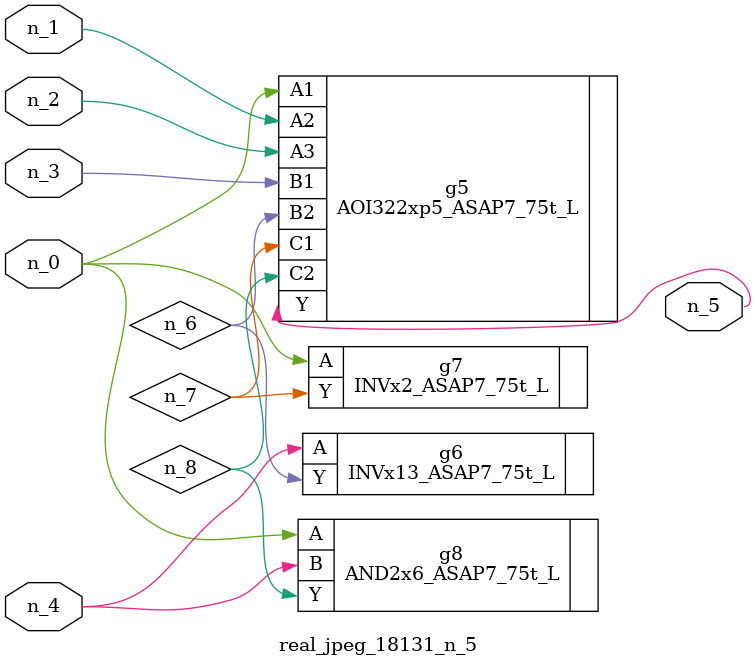
<source format=v>
module real_jpeg_18131_n_5 (n_4, n_0, n_1, n_2, n_3, n_5);

input n_4;
input n_0;
input n_1;
input n_2;
input n_3;

output n_5;

wire n_8;
wire n_6;
wire n_7;

AOI322xp5_ASAP7_75t_L g5 ( 
.A1(n_0),
.A2(n_1),
.A3(n_2),
.B1(n_3),
.B2(n_6),
.C1(n_7),
.C2(n_8),
.Y(n_5)
);

INVx2_ASAP7_75t_L g7 ( 
.A(n_0),
.Y(n_7)
);

AND2x6_ASAP7_75t_L g8 ( 
.A(n_0),
.B(n_4),
.Y(n_8)
);

INVx13_ASAP7_75t_L g6 ( 
.A(n_4),
.Y(n_6)
);


endmodule
</source>
